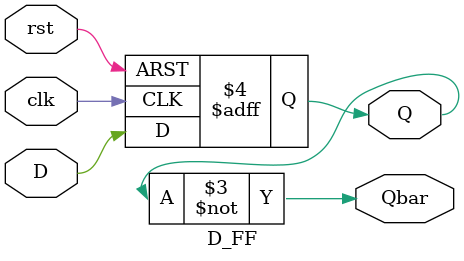
<source format=v>
/* This module is a D Flip Flop with two outputs,
	Q and Qbar
	This module has an active low reset
	*/
		


	module D_FF(Q, Qbar, D, clk, rst);
		input D, clk, rst;
		output Q, Qbar;
		reg Q;

		not n1 (Qbar, Q);
			always @(negedge rst or posedge clk)
				begin
					if (!rst)
						Q <= 0;
					else
						Q <= D;
				end
	endmodule

</source>
